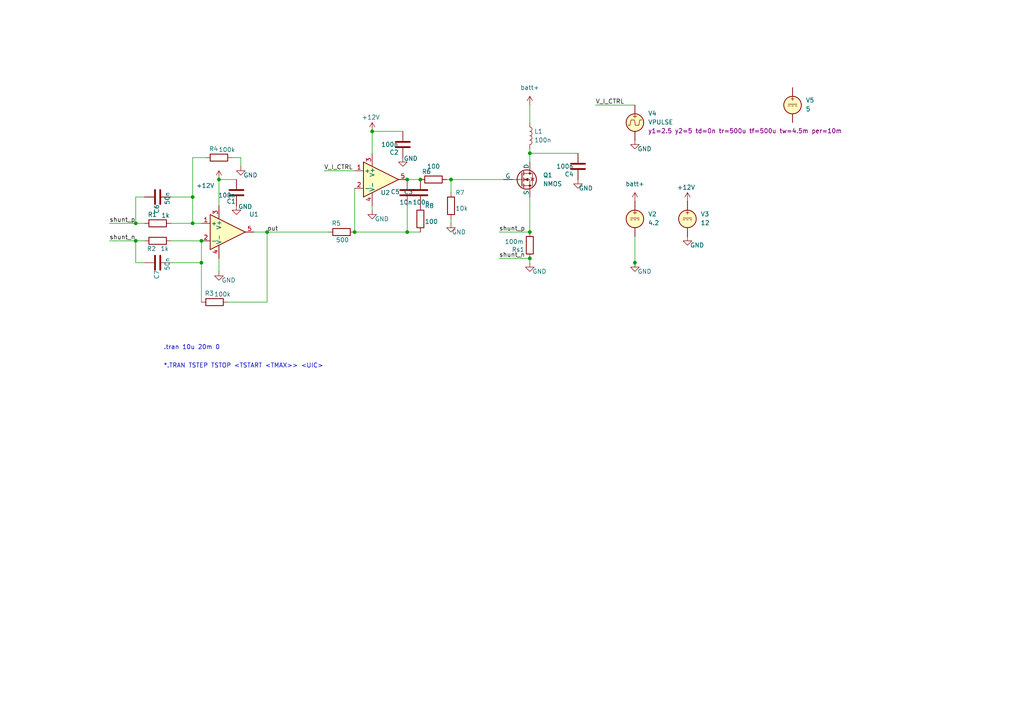
<source format=kicad_sch>
(kicad_sch (version 20250114) (generator "eeschema") (generator_version "9.0")
  (paper "A4")
  (lib_symbols
    (symbol "Device:C" (pin_numbers (hide yes)) (pin_names (offset 0.254))
      (property "Reference" "C" (at 0.635 2.54 0))
      (property "Value" "C" (at 0.635 -2.54 0))
      (symbol "C_0_1"
        (polyline (pts (xy -2.032 0.762) (xy 2.032 0.762)) (stroke (width 0.508)))
        (polyline (pts (xy -2.032 -0.762) (xy 2.032 -0.762)) (stroke (width 0.508)))
      )
      (symbol "C_1_1"
        (pin passive line (at 0 3.81 270) (length 2.794) (name "~") (number "1"))
        (pin passive line (at 0 -3.81 90) (length 2.794) (name "~") (number "2"))
      )
    )
    (symbol "Device:L" (pin_numbers (hide yes)) (pin_names (offset 1.016) (hide yes))
      (property "Reference" "L" (at -1.27 0 90))
      (property "Value" "L" (at 1.905 0 90))
      (symbol "L_0_1"
        (arc (start 0 2.54) (mid 0.6323 1.905) (end 0 1.27))
        (arc (start 0 1.27) (mid 0.6323 0.635) (end 0 0))
        (arc (start 0 0) (mid 0.6323 -0.635) (end 0 -1.27))
        (arc (start 0 -1.27) (mid 0.6323 -1.905) (end 0 -2.54))
      )
      (symbol "L_1_1"
        (pin passive line (at 0 3.81 270) (length 1.27) (name "1") (number "1"))
        (pin passive line (at 0 -3.81 90) (length 1.27) (name "2") (number "2"))
      )
    )
    (symbol "Device:R" (pin_numbers (hide yes)) (pin_names (offset 0))
      (property "Reference" "R" (at 2.032 0 90))
      (property "Value" "R" (at 0 0 90))
      (symbol "R_0_1"
        (rectangle (start -1.016 -2.54) (end 1.016 2.54) (stroke (width 0.254)))
      )
      (symbol "R_1_1"
        (pin passive line (at 0 3.81 270) (length 1.27) (name "~") (number "1"))
        (pin passive line (at 0 -3.81 90) (length 1.27) (name "~") (number "2"))
      )
    )
    (symbol "Simulation_SPICE:NMOS" (pin_numbers (hide yes)) (pin_names (offset 0))
      (property "Reference" "Q" (at 5.08 1.27 0))
      (property "Value" "NMOS" (at 5.08 -1.27 0))
      (symbol "NMOS_0_1"
        (polyline (pts (xy 0.254 1.905) (xy 0.254 -1.905)) (stroke (width 0.254)))
        (polyline (pts (xy 0.254 0) (xy -2.54 0)))
        (polyline (pts (xy 0.762 2.286) (xy 0.762 1.27)) (stroke (width 0.254)))
        (polyline (pts (xy 0.762 0.508) (xy 0.762 -0.508)) (stroke (width 0.254)))
        (polyline (pts (xy 0.762 -1.27) (xy 0.762 -2.286)) (stroke (width 0.254)))
        (polyline (pts (xy 0.762 -1.778) (xy 3.302 -1.778) (xy 3.302 1.778) (xy 0.762 1.778)))
        (polyline (pts (xy 1.016 0) (xy 2.032 0.381) (xy 2.032 -0.381) (xy 1.016 0)) (fill (type outline)))
        (circle (center 1.651 0) (radius 2.794) (stroke (width 0.254)))
        (polyline (pts (xy 2.54 2.54) (xy 2.54 1.778)))
        (circle (center 2.54 1.778) (radius 0.254) (fill (type outline)))
        (circle (center 2.54 -1.778) (radius 0.254) (fill (type outline)))
        (polyline (pts (xy 2.54 -2.54) (xy 2.54 0) (xy 0.762 0)))
        (polyline (pts (xy 2.794 0.508) (xy 2.921 0.381) (xy 3.683 0.381) (xy 3.81 0.254)))
        (polyline (pts (xy 3.302 0.381) (xy 2.921 -0.254) (xy 3.683 -0.254) (xy 3.302 0.381)))
      )
      (symbol "NMOS_1_1"
        (pin input line (at -5.08 0 0) (length 2.54) (name "G") (number "2"))
        (pin passive line (at 2.54 5.08 270) (length 2.54) (name "D") (number "1"))
        (pin passive line (at 2.54 -5.08 90) (length 2.54) (name "S") (number "3"))
      )
    )
    (symbol "Simulation_SPICE:OPAMP" (pin_names (offset 0.254))
      (property "Reference" "U" (at 3.81 3.175 0))
      (property "Value" "${SIM.PARAMS}" (at 3.81 -3.175 0))
      (symbol "OPAMP_0_1"
        (polyline (pts (xy 5.08 0) (xy -5.08 5.08) (xy -5.08 -5.08) (xy 5.08 0)) (stroke (width 0.254)) (fill (type background)))
      )
      (symbol "OPAMP_1_1"
        (pin input line (at -7.62 2.54 0) (length 2.54) (name "+") (number "1"))
        (pin input line (at -7.62 -2.54 0) (length 2.54) (name "-") (number "2"))
        (pin power_in line (at -2.54 7.62 270) (length 3.81) (name "V+") (number "3"))
        (pin power_in line (at -2.54 -7.62 90) (length 3.81) (name "V-") (number "4"))
        (pin output line (at 7.62 0 180) (length 2.54) (name "~") (number "5"))
      )
    )
    (symbol "Simulation_SPICE:VDC" (pin_numbers (hide yes)) (pin_names (offset 0.0254))
      (property "Reference" "V" (at 2.54 2.54 0))
      (property "Value" "1" (at 2.54 0 0))
      (symbol "VDC_0_0"
        (polyline (pts (xy -1.27 0.254) (xy 1.27 0.254)))
        (polyline (pts (xy -0.762 -0.254) (xy -1.27 -0.254)))
        (polyline (pts (xy 0.254 -0.254) (xy -0.254 -0.254)))
        (polyline (pts (xy 1.27 -0.254) (xy 0.762 -0.254)))
        (text "+" (at 0 1.905 0) (effects (font (size 1.27 1.27))))
      )
      (symbol "VDC_0_1"
        (circle (center 0 0) (radius 2.54) (stroke (width 0.254)) (fill (type background)))
      )
      (symbol "VDC_1_1"
        (pin passive line (at 0 5.08 270) (length 2.54) (name "~") (number "1"))
        (pin passive line (at 0 -5.08 90) (length 2.54) (name "~") (number "2"))
      )
    )
    (symbol "Simulation_SPICE:VPULSE" (pin_numbers (hide yes)) (pin_names (offset 0.0254))
      (property "Reference" "V" (at 2.54 2.54 0))
      (property "Value" "VPULSE" (at 2.54 0 0))
      (property "Sim.Params" "y1=0 y2=1 td=2n tr=2n tf=2n tw=50n per=100n" (at 2.54 -2.54 0))
      (symbol "VPULSE_0_0"
        (polyline (pts (xy -2.032 -0.762) (xy -1.397 -0.762) (xy -1.143 0.762) (xy -0.127 0.762) (xy 0.127 -0.762) (xy 1.143 -0.762) (xy 1.397 0.762) (xy 2.032 0.762)))
        (text "+" (at 0 1.905 0) (effects (font (size 1.27 1.27))))
      )
      (symbol "VPULSE_0_1"
        (circle (center 0 0) (radius 2.54) (stroke (width 0.254)) (fill (type background)))
      )
      (symbol "VPULSE_1_1"
        (pin passive line (at 0 5.08 270) (length 2.54) (name "~") (number "1"))
        (pin passive line (at 0 -5.08 90) (length 2.54) (name "~") (number "2"))
      )
    )
    (symbol "power:GND" (power) (pin_numbers (hide yes)) (pin_names (offset 0) (hide yes))
      (property "Value" "GND" (at 0 -3.81 0))
      (symbol "GND_0_1"
        (polyline (pts (xy 0 0) (xy 0 -1.27) (xy 1.27 -1.27) (xy 0 -2.54) (xy -1.27 -1.27) (xy 0 -1.27)))
      )
      (symbol "GND_1_1"
        (pin power_in line (at 0 0 270) (length 0) (name "~") (number "1"))
      )
    )
    (symbol "power:VBUS" (power) (pin_numbers (hide yes)) (pin_names (offset 0) (hide yes))
      (property "Value" "VBUS" (at 0 3.556 0))
      (symbol "VBUS_0_1"
        (polyline (pts (xy -0.762 1.27) (xy 0 2.54)))
        (polyline (pts (xy 0 2.54) (xy 0.762 1.27)))
        (polyline (pts (xy 0 0) (xy 0 2.54)))
      )
      (symbol "VBUS_1_1"
        (pin power_in line (at 0 0 90) (length 0) (name "~") (number "1"))
      )
    )
  )
  (text ".tran 10u 20m 0" (at 55.626 100.838 0) (effects (font (size 1.27 1.27))))
  (text "*.TRAN TSTEP TSTOP <TSTART <TMAX>> <UIC>" (at 70.612 106.172 0) (effects (font (size 1.27 1.27))))
  (junction (at 130.81 52.07))
  (junction (at 102.87 67.31))
  (junction (at 153.67 67.31))
  (junction (at 58.42 69.85))
  (junction (at 118.11 67.31))
  (junction (at 63.5 52.07))
  (junction (at 55.88 64.77))
  (junction (at 153.67 74.93))
  (junction (at 107.95 38.1))
  (junction (at 55.88 57.15))
  (junction (at 118.11 52.07))
  (junction (at 77.47 67.31))
  (junction (at 184.15 76.2))
  (junction (at 153.67 44.45))
  (junction (at 58.42 76.2))
  (junction (at 39.37 69.85))
  (junction (at 121.92 52.07))
  (junction (at 39.37 64.77))
  (wire (pts (xy 153.67 57.15) (xy 153.67 67.31)))
  (wire (pts (xy 39.37 64.77) (xy 41.91 64.77)))
  (wire (pts (xy 144.78 74.93) (xy 153.67 74.93)))
  (wire (pts (xy 184.15 76.2) (xy 184.15 77.47)))
  (wire (pts (xy 130.81 64.77) (xy 130.81 63.5)))
  (wire (pts (xy 153.67 74.93) (xy 153.67 76.2)))
  (wire (pts (xy 39.37 69.85) (xy 41.91 69.85)))
  (wire (pts (xy 63.5 52.07) (xy 68.58 52.07)))
  (wire (pts (xy 55.88 45.72) (xy 59.69 45.72)))
  (wire (pts (xy 55.88 64.77) (xy 58.42 64.77)))
  (wire (pts (xy 49.53 69.85) (xy 58.42 69.85)))
  (wire (pts (xy 69.85 48.26) (xy 69.85 45.72)))
  (wire (pts (xy 107.95 38.1) (xy 116.84 38.1)))
  (wire (pts (xy 58.42 76.2) (xy 58.42 87.63)))
  (wire (pts (xy 31.75 69.85) (xy 39.37 69.85)))
  (wire (pts (xy 130.81 52.07) (xy 146.05 52.07)))
  (wire (pts (xy 118.11 59.69) (xy 118.11 67.31)))
  (wire (pts (xy 31.75 64.77) (xy 39.37 64.77)))
  (wire (pts (xy 102.87 67.31) (xy 118.11 67.31)))
  (wire (pts (xy 118.11 52.07) (xy 121.92 52.07)))
  (wire (pts (xy 77.47 67.31) (xy 95.25 67.31)))
  (wire (pts (xy 77.47 87.63) (xy 77.47 67.31)))
  (wire (pts (xy 55.88 57.15) (xy 55.88 64.77)))
  (wire (pts (xy 58.42 69.85) (xy 58.42 76.2)))
  (wire (pts (xy 66.04 87.63) (xy 77.47 87.63)))
  (wire (pts (xy 69.85 45.72) (xy 67.31 45.72)))
  (wire (pts (xy 129.54 52.07) (xy 130.81 52.07)))
  (wire (pts (xy 184.15 68.58) (xy 184.15 76.2)))
  (wire (pts (xy 153.67 43.18) (xy 153.67 44.45)))
  (wire (pts (xy 41.91 57.15) (xy 39.37 57.15)))
  (wire (pts (xy 153.67 44.45) (xy 167.64 44.45)))
  (wire (pts (xy 55.88 45.72) (xy 55.88 57.15)))
  (wire (pts (xy 107.95 59.69) (xy 107.95 60.96)))
  (wire (pts (xy 49.53 57.15) (xy 55.88 57.15)))
  (wire (pts (xy 49.53 64.77) (xy 55.88 64.77)))
  (wire (pts (xy 144.78 67.31) (xy 153.67 67.31)))
  (wire (pts (xy 130.81 55.88) (xy 130.81 52.07)))
  (wire (pts (xy 49.53 76.2) (xy 58.42 76.2)))
  (wire (pts (xy 39.37 76.2) (xy 39.37 69.85)))
  (wire (pts (xy 172.72 30.48) (xy 184.15 30.48)))
  (wire (pts (xy 63.5 52.07) (xy 63.5 59.69)))
  (wire (pts (xy 102.87 67.31) (xy 102.87 54.61)))
  (wire (pts (xy 39.37 57.15) (xy 39.37 64.77)))
  (wire (pts (xy 93.98 49.53) (xy 102.87 49.53)))
  (wire (pts (xy 153.67 44.45) (xy 153.67 46.99)))
  (wire (pts (xy 107.95 38.1) (xy 107.95 44.45)))
  (wire (pts (xy 73.66 67.31) (xy 77.47 67.31)))
  (wire (pts (xy 41.91 76.2) (xy 39.37 76.2)))
  (wire (pts (xy 63.5 74.93) (xy 63.5 78.74)))
  (wire (pts (xy 153.67 30.48) (xy 153.67 35.56)))
  (wire (pts (xy 118.11 67.31) (xy 121.92 67.31)))
  (label "shunt_n" (at 31.75 69.85 0))
  (label "shunt_n" (at 144.78 74.93 0))
  (label "out" (at 77.47 67.31 0))
  (label "shunt_p" (at 144.78 67.31 0))
  (label "V_I_CTRL" (at 172.72 30.48 0))
  (label "shunt_p" (at 31.75 64.77 0))
  (label "V_I_CTRL" (at 93.98 49.53 0))
  (symbol (lib_id "Simulation_SPICE:OPAMP") (at 110.49 52.07 0) (unit 1)
    (property "Reference" "U2" (at 111.76 55.88 0))
    (property "Value" "${SIM.PARAMS}" (at 118.11 48.8249 0))
    (property "Datasheet" "https://ngspice.sourceforge.io/docs/ngspice-html-manual/manual.xhtml#sec__SUBCKT_Subcircuits" (effects (hide yes)))
    (property "Description" "Operational amplifier, single" (effects (hide yes)))
    (property "Sim.Pins" "1=in+ 2=in- 3=vcc 4=vee 5=out" (effects (hide yes)))
    (property "Sim.Device" "SUBCKT" (effects (hide yes)))
    (property "Sim.Library" "${KICAD9_SYMBOL_DIR}/Simulation_SPICE.sp" (effects (hide yes)))
    (property "Sim.Name" "kicad_builtin_opamp" (effects (hide yes)))
  )
  (symbol (lib_id "power:VBUS") (at 199.39 58.42 0) (unit 1)
    (property "Reference" "#PWR013" (effects (hide yes)))
    (property "Value" "+12V" (at 196.342 54.356 0) (effects (justify left)))
    (property "Description" "Power symbol creates a global label with name \"VBUS\"" (effects (hide yes)))
  )
  (symbol (lib_id "Device:R") (at 125.73 52.07 90) (unit 1)
    (property "Reference" "R6" (at 123.698 49.784 90))
    (property "Value" "100" (at 125.73 48.26 90))
    (property "Description" "Resistor" (effects (hide yes)))
  )
  (symbol (lib_id "power:VBUS") (at 153.67 30.48 0) (unit 1)
    (property "Reference" "#PWR08" (effects (hide yes)))
    (property "Value" "batt+" (at 153.67 25.4 0))
    (property "Description" "Power symbol creates a global label with name \"VBUS\"" (effects (hide yes)))
  )
  (symbol (lib_id "Device:R") (at 45.72 69.85 270) (unit 1)
    (property "Reference" "R2" (at 43.942 72.136 90))
    (property "Value" "1k" (at 47.752 72.136 90))
    (property "Description" "Resistor" (effects (hide yes)))
  )
  (symbol (lib_id "Simulation_SPICE:VDC") (at 184.15 63.5 0) (unit 1)
    (property "Reference" "V2" (at 187.96 62.1001 0) (effects (justify left)))
    (property "Value" "4.2" (at 187.96 64.6401 0) (effects (justify left)))
    (property "Datasheet" "https://ngspice.sourceforge.io/docs/ngspice-html-manual/manual.xhtml#sec_Independent_Sources_for" (effects (hide yes)))
    (property "Description" "Voltage source, DC" (effects (hide yes)))
    (property "Sim.Pins" "1=+ 2=-" (effects (hide yes)))
    (property "Sim.Type" "DC" (effects (hide yes)))
    (property "Sim.Device" "V" (effects (hide yes)))
  )
  (symbol (lib_id "power:GND") (at 184.15 40.64 0) (unit 1)
    (property "Reference" "#PWR010" (effects (hide yes)))
    (property "Value" "GND" (at 186.944 43.18 0))
    (property "Description" "Power symbol creates a global label with name \"GND\" , ground" (effects (hide yes)))
  )
  (symbol (lib_id "power:GND") (at 63.5 78.74 0) (unit 1)
    (property "Reference" "#PWR02" (effects (hide yes)))
    (property "Value" "GND" (at 66.294 81.28 0))
    (property "Description" "Power symbol creates a global label with name \"GND\" , ground" (effects (hide yes)))
  )
  (symbol (lib_id "Simulation_SPICE:VDC") (at 199.39 63.5 0) (unit 1)
    (property "Reference" "V3" (at 203.2 62.1001 0) (effects (justify left)))
    (property "Value" "12" (at 203.2 64.6401 0) (effects (justify left)))
    (property "Datasheet" "https://ngspice.sourceforge.io/docs/ngspice-html-manual/manual.xhtml#sec_Independent_Sources_for" (effects (hide yes)))
    (property "Description" "Voltage source, DC" (effects (hide yes)))
    (property "Sim.Pins" "1=+ 2=-" (effects (hide yes)))
    (property "Sim.Type" "DC" (effects (hide yes)))
    (property "Sim.Device" "V" (effects (hide yes)))
  )
  (symbol (lib_id "Device:R") (at 130.81 59.69 180) (unit 1)
    (property "Reference" "R7" (at 132.08 55.88 0) (effects (justify right)))
    (property "Value" "10k" (at 132.08 60.452 0) (effects (justify right)))
    (property "Description" "Resistor" (effects (hide yes)))
  )
  (symbol (lib_id "Device:R") (at 121.92 63.5 180) (unit 1)
    (property "Reference" "R8" (at 123.19 59.69 0) (effects (justify right)))
    (property "Value" "100" (at 123.19 64.262 0) (effects (justify right)))
    (property "Description" "Resistor" (effects (hide yes)))
  )
  (symbol (lib_id "Device:C") (at 121.92 55.88 0) (unit 1)
    (property "Reference" "C3" (at 117.094 55.626 0) (effects (justify left)))
    (property "Value" "100n" (at 119.634 58.674 0) (effects (justify left)))
    (property "Description" "Unpolarized capacitor" (effects (hide yes)))
  )
  (symbol (lib_id "Device:C") (at 45.72 76.2 90) (unit 1)
    (property "Reference" "C7" (at 45.466 81.026 0) (effects (justify left)))
    (property "Value" "50n" (at 48.514 78.486 0) (effects (justify left)))
    (property "Description" "Unpolarized capacitor" (effects (hide yes)))
  )
  (symbol (lib_id "power:GND") (at 153.67 76.2 0) (unit 1)
    (property "Reference" "#PWR09" (effects (hide yes)))
    (property "Value" "GND" (at 156.464 78.74 0))
    (property "Description" "Power symbol creates a global label with name \"GND\" , ground" (effects (hide yes)))
  )
  (symbol (lib_id "power:GND") (at 68.58 59.69 0) (unit 1)
    (property "Reference" "#PWR03" (effects (hide yes)))
    (property "Value" "GND" (at 71.12 59.944 0))
    (property "Description" "Power symbol creates a global label with name \"GND\" , ground" (effects (hide yes)))
  )
  (symbol (lib_id "power:GND") (at 107.95 60.96 0) (unit 1)
    (property "Reference" "#PWR05" (effects (hide yes)))
    (property "Value" "GND" (at 110.744 63.5 0))
    (property "Description" "Power symbol creates a global label with name \"GND\" , ground" (effects (hide yes)))
  )
  (symbol (lib_id "Device:C") (at 68.58 55.88 180) (unit 1)
    (property "Reference" "C1" (at 67.056 58.42 0))
    (property "Value" "100n" (at 65.786 56.642 0))
    (property "Description" "Unpolarized capacitor" (effects (hide yes)))
  )
  (symbol (lib_id "Simulation_SPICE:NMOS") (at 151.13 52.07 0) (unit 1)
    (property "Reference" "Q1" (at 157.48 50.7999 0) (effects (justify left)))
    (property "Value" "NMOS" (at 157.48 53.3399 0) (effects (justify left)))
    (property "Datasheet" "https://ngspice.sourceforge.io/docs/ngspice-html-manual/manual.xhtml#cha_MOSFETs" (effects (hide yes)))
    (property "Description" "N-MOSFET transistor, drain/source/gate" (effects (hide yes)))
    (property "Sim.Device" "NMOS" (effects (hide yes)))
    (property "Sim.Type" "VDMOS" (effects (hide yes)))
    (property "Sim.Pins" "1=D 2=G 3=S" (effects (hide yes)))
  )
  (symbol (lib_id "power:GND") (at 116.84 45.72 0) (unit 1)
    (property "Reference" "#PWR06" (effects (hide yes)))
    (property "Value" "GND" (at 119.126 45.974 0))
    (property "Description" "Power symbol creates a global label with name \"GND\" , ground" (effects (hide yes)))
  )
  (symbol (lib_id "power:VBUS") (at 184.15 58.42 0) (unit 1)
    (property "Reference" "#PWR011" (effects (hide yes)))
    (property "Value" "batt+" (at 184.15 53.34 0))
    (property "Description" "Power symbol creates a global label with name \"VBUS\"" (effects (hide yes)))
  )
  (symbol (lib_id "power:VBUS") (at 63.5 52.07 0) (unit 1)
    (property "Reference" "#PWR01" (effects (hide yes)))
    (property "Value" "+12V" (at 56.896 53.848 0) (effects (justify left)))
    (property "Description" "Power symbol creates a global label with name \"VBUS\"" (effects (hide yes)))
  )
  (symbol (lib_id "power:GND") (at 167.64 52.07 0) (unit 1)
    (property "Reference" "#PWR016" (effects (hide yes)))
    (property "Value" "GND" (at 169.926 54.61 0))
    (property "Description" "Power symbol creates a global label with name \"GND\" , ground" (effects (hide yes)))
  )
  (symbol (lib_id "Device:R") (at 99.06 67.31 270) (unit 1)
    (property "Reference" "R5" (at 97.536 64.77 90))
    (property "Value" "500" (at 99.314 69.596 90))
    (property "Description" "Resistor" (effects (hide yes)))
  )
  (symbol (lib_id "Device:R") (at 45.72 64.77 270) (unit 1)
    (property "Reference" "R1" (at 44.196 62.23 90))
    (property "Value" "1k" (at 48.006 62.484 90))
    (property "Description" "Resistor" (effects (hide yes)))
  )
  (symbol (lib_id "power:GND") (at 69.85 48.26 0) (unit 1)
    (property "Reference" "#PWR015" (effects (hide yes)))
    (property "Value" "GND" (at 72.644 50.8 0))
    (property "Description" "Power symbol creates a global label with name \"GND\" , ground" (effects (hide yes)))
  )
  (symbol (lib_id "power:GND") (at 130.81 64.77 0) (unit 1)
    (property "Reference" "#PWR07" (effects (hide yes)))
    (property "Value" "GND" (at 133.096 67.31 0))
    (property "Description" "Power symbol creates a global label with name \"GND\" , ground" (effects (hide yes)))
  )
  (symbol (lib_id "Device:C") (at 167.64 48.26 180) (unit 1)
    (property "Reference" "C4" (at 165.1 50.546 0))
    (property "Value" "100n" (at 163.83 48.26 0))
    (property "Description" "Unpolarized capacitor" (effects (hide yes)))
  )
  (symbol (lib_id "Device:R") (at 62.23 87.63 270) (unit 1)
    (property "Reference" "R3" (at 60.706 85.09 90))
    (property "Value" "100k" (at 64.516 85.344 90))
    (property "Description" "Resistor" (effects (hide yes)))
  )
  (symbol (lib_id "power:GND") (at 184.15 76.2 0) (unit 1)
    (property "Reference" "#PWR012" (effects (hide yes)))
    (property "Value" "GND" (at 186.944 78.74 0))
    (property "Description" "Power symbol creates a global label with name \"GND\" , ground" (effects (hide yes)))
  )
  (symbol (lib_id "Simulation_SPICE:VPULSE") (at 184.15 35.56 0) (unit 1)
    (property "Reference" "V4" (at 187.96 32.8901 0) (effects (justify left)))
    (property "Value" "VPULSE" (at 187.96 35.4301 0) (effects (justify left)))
    (property "Datasheet" "https://ngspice.sourceforge.io/docs/ngspice-html-manual/manual.xhtml#sec_Independent_Sources_for" (effects (hide yes)))
    (property "Description" "Voltage source, pulse" (effects (hide yes)))
    (property "Sim.Pins" "1=+ 2=-" (effects (hide yes)))
    (property "Sim.Type" "PULSE" (effects (hide yes)))
    (property "Sim.Device" "V" (effects (hide yes)))
    (property "Sim.Params" "y1=2.5 y2=5 td=0n tr=500u tf=500u tw=4.5m per=10m" (at 187.96 37.9701 0) (effects (justify left)))
  )
  (symbol (lib_id "Device:C") (at 116.84 41.91 180) (unit 1)
    (property "Reference" "C2" (at 114.3 44.196 0))
    (property "Value" "100n" (at 113.03 41.91 0))
    (property "Description" "Unpolarized capacitor" (effects (hide yes)))
  )
  (symbol (lib_id "Simulation_SPICE:OPAMP") (at 66.04 67.31 0) (unit 1)
    (property "Reference" "U1" (at 73.66 62.1598 0))
    (property "Value" "${SIM.PARAMS}" (at 73.66 64.0649 0))
    (property "Datasheet" "https://ngspice.sourceforge.io/docs/ngspice-html-manual/manual.xhtml#sec__SUBCKT_Subcircuits" (effects (hide yes)))
    (property "Description" "Operational amplifier, single" (effects (hide yes)))
    (property "Sim.Pins" "1=in+ 2=in- 3=vcc 4=vee 5=out" (effects (hide yes)))
    (property "Sim.Device" "SUBCKT" (effects (hide yes)))
    (property "Sim.Library" "${KICAD9_SYMBOL_DIR}/Simulation_SPICE.sp" (effects (hide yes)))
    (property "Sim.Name" "kicad_builtin_opamp" (effects (hide yes)))
  )
  (symbol (lib_id "Device:C") (at 45.72 57.15 90) (unit 1)
    (property "Reference" "C6" (at 45.466 61.976 0) (effects (justify left)))
    (property "Value" "50n" (at 48.514 59.436 0) (effects (justify left)))
    (property "Description" "Unpolarized capacitor" (effects (hide yes)))
  )
  (symbol (lib_id "power:VBUS") (at 107.95 38.1 0) (unit 1)
    (property "Reference" "#PWR04" (effects (hide yes)))
    (property "Value" "+12V" (at 104.902 34.036 0) (effects (justify left)))
    (property "Description" "Power symbol creates a global label with name \"VBUS\"" (effects (hide yes)))
  )
  (symbol (lib_id "Simulation_SPICE:VDC") (at 229.87 30.48 0) (unit 1) (exclude_from_sim yes)
    (property "Reference" "V5" (at 233.68 29.0801 0) (effects (justify left)))
    (property "Value" "5" (at 233.68 31.6201 0) (effects (justify left)))
    (property "Datasheet" "https://ngspice.sourceforge.io/docs/ngspice-html-manual/manual.xhtml#sec_Independent_Sources_for" (effects (hide yes)))
    (property "Description" "Voltage source, DC" (effects (hide yes)))
    (property "Sim.Pins" "1=+ 2=-" (effects (hide yes)))
    (property "Sim.Type" "DC" (effects (hide yes)))
    (property "Sim.Device" "V" (effects (hide yes)))
  )
  (symbol (lib_id "Device:R") (at 63.5 45.72 270) (unit 1)
    (property "Reference" "R4" (at 61.976 43.18 90))
    (property "Value" "100k" (at 65.786 43.434 90))
    (property "Description" "Resistor" (effects (hide yes)))
  )
  (symbol (lib_id "Device:C") (at 118.11 55.88 0) (unit 1)
    (property "Reference" "C5" (at 113.284 55.626 0) (effects (justify left)))
    (property "Value" "10n" (at 115.824 58.674 0) (effects (justify left)))
    (property "Description" "Unpolarized capacitor" (effects (hide yes)))
  )
  (symbol (lib_id "power:GND") (at 199.39 68.58 0) (unit 1)
    (property "Reference" "#PWR014" (effects (hide yes)))
    (property "Value" "GND" (at 202.184 71.12 0))
    (property "Description" "Power symbol creates a global label with name \"GND\" , ground" (effects (hide yes)))
  )
  (symbol (lib_id "Device:R") (at 153.67 71.12 0) (unit 1)
    (property "Reference" "Rs1" (at 152.146 72.39 0) (effects (justify right)))
    (property "Value" "100m" (at 151.892 70.104 0) (effects (justify right)))
    (property "Description" "Resistor" (effects (hide yes)))
  )
  (symbol (lib_id "Device:L") (at 153.67 39.37 0) (unit 1)
    (property "Reference" "L1" (at 154.94 38.0999 0) (effects (justify left)))
    (property "Value" "100n" (at 154.94 40.6399 0) (effects (justify left)))
    (property "Description" "Inductor" (effects (hide yes)))
  )
)
</source>
